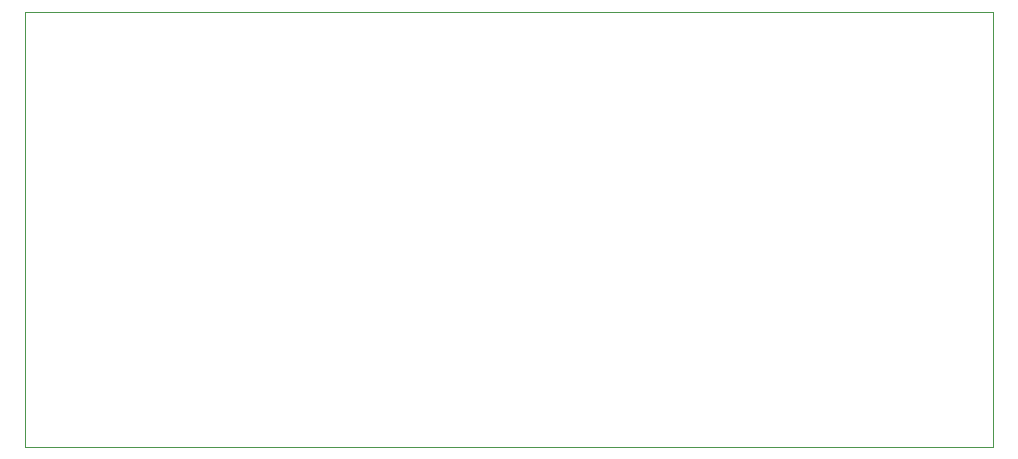
<source format=gbr>
%TF.FileFunction,Profile,NP*%
%FSLAX46Y46*%
G04 Gerber Fmt 4.6, Leading zero omitted, Abs format (unit mm)*
G04 Created by KiCad (PCBNEW (2014-10-02 BZR 5161)-product) date 2/13/2015 2:51:55 PM*
%MOMM*%
G01*
G04 APERTURE LIST*
%ADD10C,0.100000*%
G04 APERTURE END LIST*
D10*
X47950000Y-138344000D02*
X47950000Y-139344000D01*
X129950000Y-139344000D02*
X129850000Y-139344000D01*
X129950000Y-138344000D02*
X129950000Y-139344000D01*
X129950000Y-139344000D02*
X47950000Y-139344000D01*
X47950000Y-102444000D02*
X129950000Y-102444000D01*
X129950000Y-138344000D02*
X129950000Y-138144000D01*
X47950000Y-138144000D02*
X47950000Y-138344000D01*
X47950000Y-102444000D02*
X47950000Y-138244000D01*
X129950000Y-138244000D02*
X129950000Y-102444000D01*
M02*

</source>
